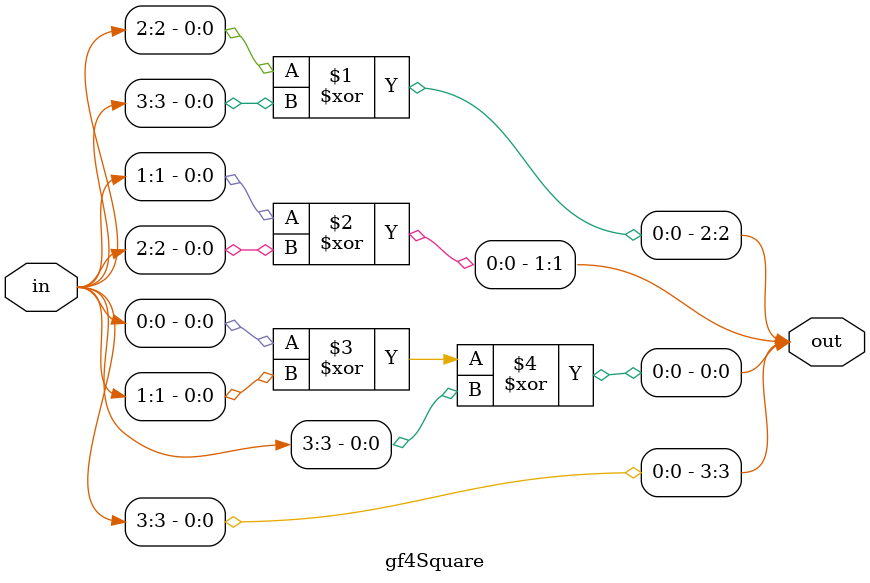
<source format=v>
module gf4Square(in,out);
input wire [3:0] in;
output wire [3:0] out;

assign out[3] = in[3];
assign out[2] = in[2] ^ in[3];
assign out[1] = in[1] ^ in[2];
assign out[0] = (in[0] ^ in[1]) ^ in[3];
endmodule
</source>
